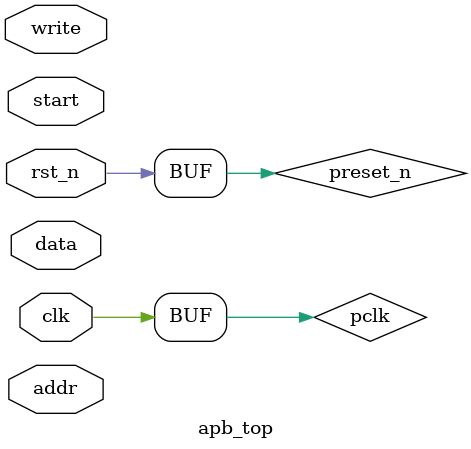
<source format=sv>
`include "apb_master.sv"
`include "apb_slave.sv"

module apb_top( 
                    input               clk        ,
                    input               rst_n      , 
                    input               start      ,
 					input   [3:0]     	addr       ,
  					input   [15:0]      data       ,
                    input               write      
                    
);
                   
                   wire            pclk       ; 
                   wire            preset_n   ;
                   wire            pselx      ;
                   wire            penable    ;
                   wire [3:0]      paddr      ;
                   wire            pwrite     ;
                   wire [15:0]     pwdata     ;
                   wire [15:0]     data_out   ;
                   wire            pready     ;
                   wire [15:0]     prdata     ; 

                  assign pclk = clk		  ;
  				  assign preset_n = rst_n;   


apb_master master(  
                  .pclk    ( pclk               )   ,
                  .preset_n( preset_n           )   , 
                  .start   ( start              )   ,
  				  .data    ( data               )   ,
                  .write   ( write              )   ,
                  .pready  ( pready             )   ,
                  .prdata  ( prdata             )   ,
                  .pselx   ( pselx              )   ,
                  .penable ( penable            )   ,
                  .paddr   ( paddr              )   ,
                  .pwrite  ( pwrite             )   ,
                  .pwdata  ( pwdata             )   ,
  				  .data_out( data_out           )   ,
 				  .addr	   ( addr				)

    );

apb_slave slave(
				.pselx	( pselx	     )  ,
				.penable( penable    )  ,
				.pwrite	( pwrite     ) 	,
    			.pwdata	( pwdata     ) 	,
                .paddr	( paddr	     ) 	,
                .pclk	( pclk	     ) 	,
                .prst_n	( preset_n   ) 	,
                .pready	( pready     ) 	,
                .prdata	( prdata	 ) 				       
                  
                 );	

endmodule



</source>
